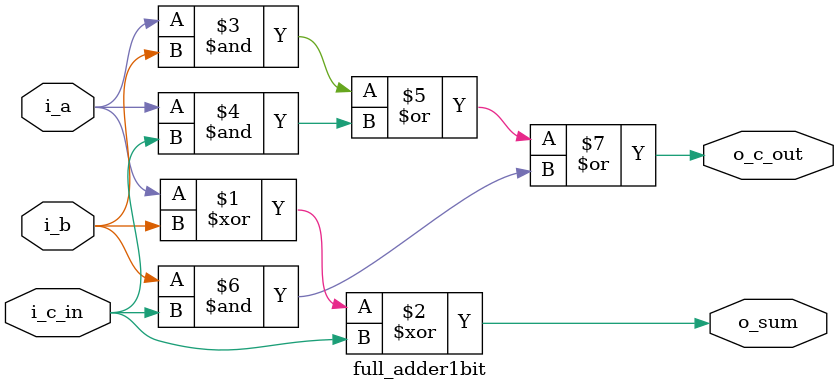
<source format=sv>
module full_adder1bit (
    input  logic i_a,
    input  logic i_b,
    input  logic i_c_in,
    output logic o_sum,
    output logic o_c_out
);
    assign o_sum = i_a ^ i_b ^ i_c_in;
    assign o_c_out = (i_a & i_b) | (i_a & i_c_in) | (i_b & i_c_in);
   endmodule
</source>
